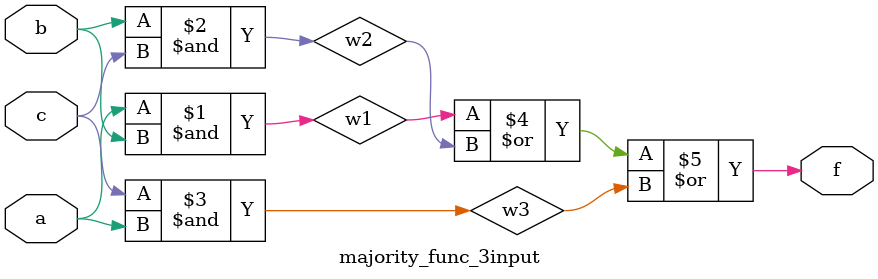
<source format=v>



module majority_func_3input(a,b,c,f);
input a,b,c;
output f;
wire w1,w2,w3;
and g1(w1,a,b); 
and g2(w2,b,c);
and g3(w3,c,a); 
or g4(f,w1,w2,w3);
endmodule

</source>
